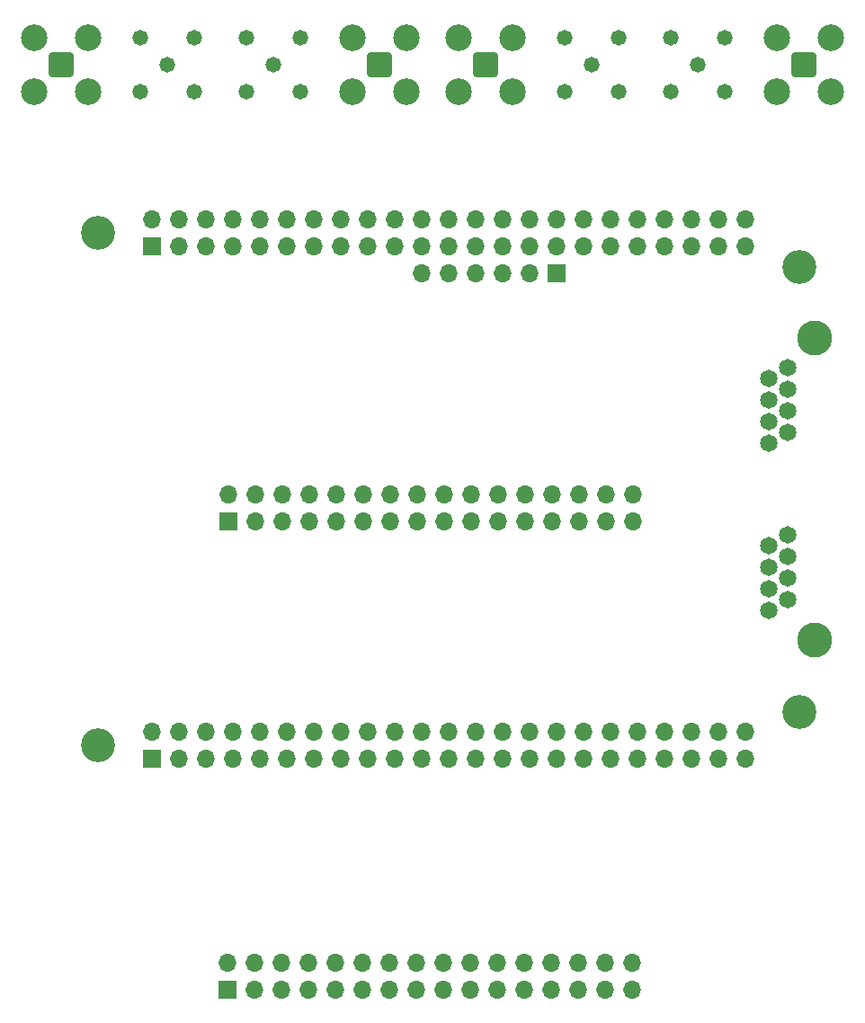
<source format=gbr>
%TF.GenerationSoftware,KiCad,Pcbnew,8.0.5-dirty*%
%TF.CreationDate,2024-10-02T03:35:21-04:00*%
%TF.ProjectId,LVDS_BeagleVFire_Cape,4c564453-5f42-4656-9167-6c6556466972,1*%
%TF.SameCoordinates,Original*%
%TF.FileFunction,Soldermask,Bot*%
%TF.FilePolarity,Negative*%
%FSLAX46Y46*%
G04 Gerber Fmt 4.6, Leading zero omitted, Abs format (unit mm)*
G04 Created by KiCad (PCBNEW 8.0.5-dirty) date 2024-10-02 03:35:21*
%MOMM*%
%LPD*%
G01*
G04 APERTURE LIST*
G04 Aperture macros list*
%AMRoundRect*
0 Rectangle with rounded corners*
0 $1 Rounding radius*
0 $2 $3 $4 $5 $6 $7 $8 $9 X,Y pos of 4 corners*
0 Add a 4 corners polygon primitive as box body*
4,1,4,$2,$3,$4,$5,$6,$7,$8,$9,$2,$3,0*
0 Add four circle primitives for the rounded corners*
1,1,$1+$1,$2,$3*
1,1,$1+$1,$4,$5*
1,1,$1+$1,$6,$7*
1,1,$1+$1,$8,$9*
0 Add four rect primitives between the rounded corners*
20,1,$1+$1,$2,$3,$4,$5,0*
20,1,$1+$1,$4,$5,$6,$7,0*
20,1,$1+$1,$6,$7,$8,$9,0*
20,1,$1+$1,$8,$9,$2,$3,0*%
G04 Aperture macros list end*
%ADD10C,2.500000*%
%ADD11RoundRect,0.200100X-0.949900X-0.949900X0.949900X-0.949900X0.949900X0.949900X-0.949900X0.949900X0*%
%ADD12R,1.700000X1.700000*%
%ADD13O,1.700000X1.700000*%
%ADD14C,3.200000*%
%ADD15C,1.473200*%
%ADD16C,1.652000*%
%ADD17C,3.300000*%
G04 APERTURE END LIST*
D10*
%TO.C,J9*%
X127790000Y-62540000D03*
X127790000Y-57460000D03*
X122710000Y-62540000D03*
X122710000Y-57460000D03*
D11*
X125250000Y-60000000D03*
%TD*%
D10*
%TO.C,J12*%
X57790000Y-62540000D03*
X57790000Y-57460000D03*
X52710000Y-62540000D03*
X52710000Y-57460000D03*
D11*
X55250000Y-60000000D03*
%TD*%
%TO.C,J11*%
X85250000Y-60000000D03*
D10*
X82710000Y-57460000D03*
X82710000Y-62540000D03*
X87790000Y-57460000D03*
X87790000Y-62540000D03*
%TD*%
%TO.C,J10*%
X97790000Y-62540000D03*
X97790000Y-57460000D03*
X92710000Y-62540000D03*
X92710000Y-57460000D03*
D11*
X95250000Y-60000000D03*
%TD*%
D12*
%TO.C,P2*%
X63830000Y-77145000D03*
D13*
X63830000Y-74605000D03*
X66370000Y-77145000D03*
X66370000Y-74605000D03*
X68910000Y-77145000D03*
X68910000Y-74605000D03*
X71450000Y-77145000D03*
X71450000Y-74605000D03*
X73990000Y-77145000D03*
X73990000Y-74605000D03*
X76530000Y-77145000D03*
X76530000Y-74605000D03*
X79070000Y-77145000D03*
X79070000Y-74605000D03*
X81610000Y-77145000D03*
X81610000Y-74605000D03*
X84150000Y-77145000D03*
X84150000Y-74605000D03*
X86690000Y-77145000D03*
X86690000Y-74605000D03*
X89230000Y-77145000D03*
X89230000Y-74605000D03*
X91770000Y-77145000D03*
X91770000Y-74605000D03*
X94310000Y-77145000D03*
X94310000Y-74605000D03*
X96850000Y-77145000D03*
X96850000Y-74605000D03*
X99390000Y-77145000D03*
X99390000Y-74605000D03*
X101930000Y-77145000D03*
X101930000Y-74605000D03*
X104470000Y-77145000D03*
X104470000Y-74605000D03*
X107010000Y-77145000D03*
X107010000Y-74605000D03*
X109550000Y-77145000D03*
X109550000Y-74605000D03*
X112090000Y-77145000D03*
X112090000Y-74605000D03*
X114630000Y-77145000D03*
X114630000Y-74605000D03*
X117170000Y-77145000D03*
X117170000Y-74605000D03*
X119710000Y-77145000D03*
X119710000Y-74605000D03*
%TD*%
D12*
%TO.C,P1*%
X63830000Y-125405000D03*
D13*
X63830000Y-122865000D03*
X66370000Y-125405000D03*
X66370000Y-122865000D03*
X68910000Y-125405000D03*
X68910000Y-122865000D03*
X71450000Y-125405000D03*
X71450000Y-122865000D03*
X73990000Y-125405000D03*
X73990000Y-122865000D03*
X76530000Y-125405000D03*
X76530000Y-122865000D03*
X79070000Y-125405000D03*
X79070000Y-122865000D03*
X81610000Y-125405000D03*
X81610000Y-122865000D03*
X84150000Y-125405000D03*
X84150000Y-122865000D03*
X86690000Y-125405000D03*
X86690000Y-122865000D03*
X89230000Y-125405000D03*
X89230000Y-122865000D03*
X91770000Y-125405000D03*
X91770000Y-122865000D03*
X94310000Y-125405000D03*
X94310000Y-122865000D03*
X96850000Y-125405000D03*
X96850000Y-122865000D03*
X99390000Y-125405000D03*
X99390000Y-122865000D03*
X101930000Y-125405000D03*
X101930000Y-122865000D03*
X104470000Y-125405000D03*
X104470000Y-122865000D03*
X107010000Y-125405000D03*
X107010000Y-122865000D03*
X109550000Y-125405000D03*
X109550000Y-122865000D03*
X112090000Y-125405000D03*
X112090000Y-122865000D03*
X114630000Y-125405000D03*
X114630000Y-122865000D03*
X117170000Y-125405000D03*
X117170000Y-122865000D03*
X119710000Y-125405000D03*
X119710000Y-122865000D03*
%TD*%
D14*
%TO.C,MH3*%
X124790000Y-79050000D03*
%TD*%
D13*
%TO.C,J1*%
X109045000Y-144597800D03*
X109045000Y-147137800D03*
X106505000Y-144597800D03*
X106505000Y-147137800D03*
X103965000Y-144597800D03*
X103965000Y-147137800D03*
X101425000Y-144597800D03*
X101425000Y-147137800D03*
X98885000Y-144597800D03*
X98885000Y-147137800D03*
X96345000Y-144597800D03*
X96345000Y-147137800D03*
X93805000Y-144597800D03*
X93805000Y-147137800D03*
X91265000Y-144597800D03*
X91265000Y-147137800D03*
X88725000Y-144597800D03*
X88725000Y-147137800D03*
X86185000Y-144597800D03*
X86185000Y-147137800D03*
X83645000Y-144597800D03*
X83645000Y-147137800D03*
X81105000Y-144597800D03*
X81105000Y-147137800D03*
X78565000Y-144597800D03*
X78565000Y-147137800D03*
X76025000Y-144597800D03*
X76025000Y-147137800D03*
X73485000Y-144597800D03*
X73485000Y-147137800D03*
X70945000Y-144597800D03*
D12*
X70945000Y-147137800D03*
%TD*%
D15*
%TO.C,J7*%
X65250000Y-60000000D03*
X62710000Y-57460000D03*
X62710000Y-62540000D03*
X67790000Y-57460000D03*
X67790000Y-62540000D03*
%TD*%
%TO.C,J6*%
X75250000Y-60000000D03*
X72710000Y-57460000D03*
X72710000Y-62540000D03*
X77790000Y-57460000D03*
X77790000Y-62540000D03*
%TD*%
D14*
%TO.C,MH4*%
X124790000Y-120960000D03*
%TD*%
%TO.C,MH1*%
X58750000Y-75875000D03*
%TD*%
D15*
%TO.C,J5*%
X107790000Y-62540000D03*
X107790000Y-57460000D03*
X102710000Y-62540000D03*
X102710000Y-57460000D03*
X105250000Y-60000000D03*
%TD*%
D16*
%TO.C,J3*%
X121930000Y-95685000D03*
X123710000Y-94669000D03*
X121930000Y-93653000D03*
X123710000Y-92637000D03*
X121930000Y-91621000D03*
X123710000Y-90605000D03*
X121930000Y-89589000D03*
X123710000Y-88573000D03*
X121930000Y-111435000D03*
X123710000Y-110419000D03*
X121930000Y-109403000D03*
X123710000Y-108387000D03*
X121930000Y-107371000D03*
X123710000Y-106355000D03*
X121930000Y-105339000D03*
X123710000Y-104323000D03*
D17*
X126250000Y-85775000D03*
X126250000Y-114225000D03*
%TD*%
D12*
%TO.C,J8*%
X101930000Y-79685000D03*
D13*
X99390000Y-79685000D03*
X96850000Y-79685000D03*
X94310000Y-79685000D03*
X91770000Y-79685000D03*
X89230000Y-79685000D03*
%TD*%
D15*
%TO.C,J4*%
X115250000Y-60000000D03*
X112710000Y-57460000D03*
X112710000Y-62540000D03*
X117790000Y-57460000D03*
X117790000Y-62540000D03*
%TD*%
D14*
%TO.C,MH2*%
X58750000Y-124135000D03*
%TD*%
D13*
%TO.C,J2*%
X109100000Y-100460000D03*
X109100000Y-103000000D03*
X106560000Y-100460000D03*
X106560000Y-103000000D03*
X104020000Y-100460000D03*
X104020000Y-103000000D03*
X101480000Y-100460000D03*
X101480000Y-103000000D03*
X98940000Y-100460000D03*
X98940000Y-103000000D03*
X96400000Y-100460000D03*
X96400000Y-103000000D03*
X93860000Y-100460000D03*
X93860000Y-103000000D03*
X91320000Y-100460000D03*
X91320000Y-103000000D03*
X88780000Y-100460000D03*
X88780000Y-103000000D03*
X86240000Y-100460000D03*
X86240000Y-103000000D03*
X83700000Y-100460000D03*
X83700000Y-103000000D03*
X81160000Y-100460000D03*
X81160000Y-103000000D03*
X78620000Y-100460000D03*
X78620000Y-103000000D03*
X76080000Y-100460000D03*
X76080000Y-103000000D03*
X73540000Y-100460000D03*
X73540000Y-103000000D03*
X71000000Y-100460000D03*
D12*
X71000000Y-103000000D03*
%TD*%
M02*

</source>
